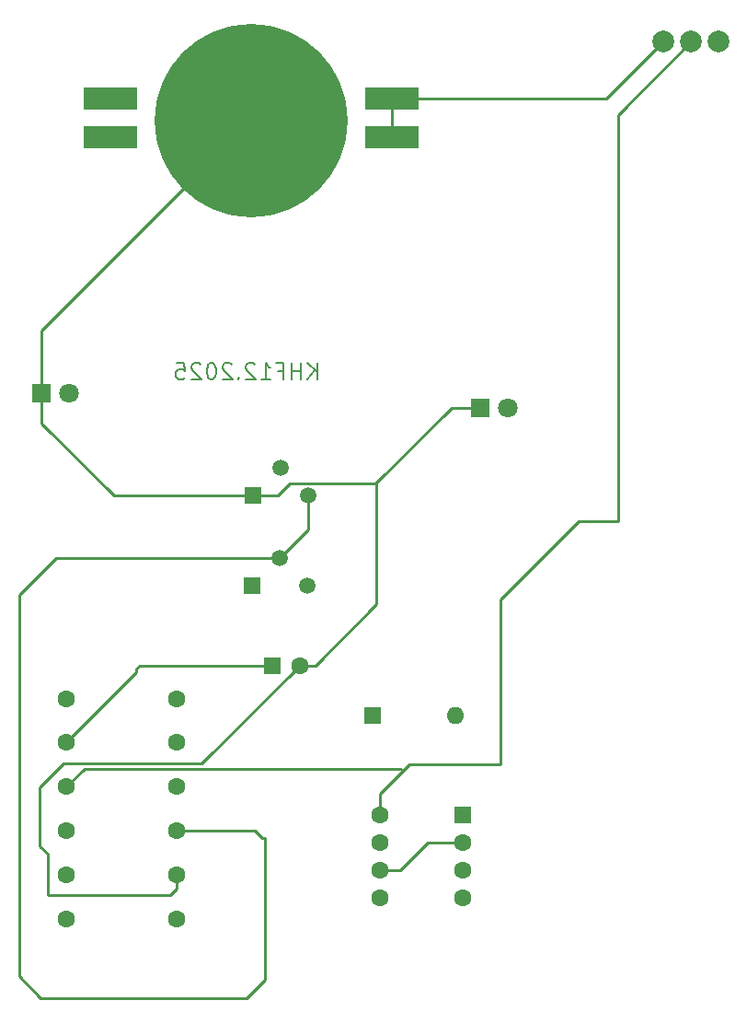
<source format=gbr>
%TF.GenerationSoftware,KiCad,Pcbnew,9.0.6*%
%TF.CreationDate,2025-12-06T15:38:28+01:00*%
%TF.ProjectId,Jumpo,4a756d70-6f2e-46b6-9963-61645f706362,rev?*%
%TF.SameCoordinates,Original*%
%TF.FileFunction,Copper,L2,Bot*%
%TF.FilePolarity,Positive*%
%FSLAX46Y46*%
G04 Gerber Fmt 4.6, Leading zero omitted, Abs format (unit mm)*
G04 Created by KiCad (PCBNEW 9.0.6) date 2025-12-06 15:38:28*
%MOMM*%
%LPD*%
G01*
G04 APERTURE LIST*
G04 Aperture macros list*
%AMRoundRect*
0 Rectangle with rounded corners*
0 $1 Rounding radius*
0 $2 $3 $4 $5 $6 $7 $8 $9 X,Y pos of 4 corners*
0 Add a 4 corners polygon primitive as box body*
4,1,4,$2,$3,$4,$5,$6,$7,$8,$9,$2,$3,0*
0 Add four circle primitives for the rounded corners*
1,1,$1+$1,$2,$3*
1,1,$1+$1,$4,$5*
1,1,$1+$1,$6,$7*
1,1,$1+$1,$8,$9*
0 Add four rect primitives between the rounded corners*
20,1,$1+$1,$2,$3,$4,$5,0*
20,1,$1+$1,$4,$5,$6,$7,0*
20,1,$1+$1,$6,$7,$8,$9,0*
20,1,$1+$1,$8,$9,$2,$3,0*%
G04 Aperture macros list end*
%ADD10C,0.200000*%
%TA.AperFunction,NonConductor*%
%ADD11C,0.200000*%
%TD*%
%TA.AperFunction,ComponentPad*%
%ADD12C,1.800000*%
%TD*%
%TA.AperFunction,ComponentPad*%
%ADD13R,1.800000X1.800000*%
%TD*%
%TA.AperFunction,ComponentPad*%
%ADD14C,1.600000*%
%TD*%
%TA.AperFunction,ComponentPad*%
%ADD15R,1.600000X1.600000*%
%TD*%
%TA.AperFunction,SMDPad,CuDef*%
%ADD16R,5.000000X2.000000*%
%TD*%
%TA.AperFunction,SMDPad,CuDef*%
%ADD17C,17.780000*%
%TD*%
%TA.AperFunction,ComponentPad*%
%ADD18RoundRect,0.250000X0.550000X0.550000X-0.550000X0.550000X-0.550000X-0.550000X0.550000X-0.550000X0*%
%TD*%
%TA.AperFunction,ComponentPad*%
%ADD19C,2.000000*%
%TD*%
%TA.AperFunction,ComponentPad*%
%ADD20R,1.500000X1.500000*%
%TD*%
%TA.AperFunction,ComponentPad*%
%ADD21C,1.500000*%
%TD*%
%TA.AperFunction,ComponentPad*%
%ADD22O,1.600000X1.600000*%
%TD*%
%TA.AperFunction,Conductor*%
%ADD23C,0.250000*%
%TD*%
G04 APERTURE END LIST*
D10*
D11*
X135111279Y-82606028D02*
X135111279Y-81106028D01*
X134254136Y-82606028D02*
X134896993Y-81748885D01*
X134254136Y-81106028D02*
X135111279Y-81963171D01*
X133611279Y-82606028D02*
X133611279Y-81106028D01*
X133611279Y-81820314D02*
X132754136Y-81820314D01*
X132754136Y-82606028D02*
X132754136Y-81106028D01*
X131539850Y-81820314D02*
X132039850Y-81820314D01*
X132039850Y-82606028D02*
X132039850Y-81106028D01*
X132039850Y-81106028D02*
X131325564Y-81106028D01*
X129968421Y-82606028D02*
X130825564Y-82606028D01*
X130396993Y-82606028D02*
X130396993Y-81106028D01*
X130396993Y-81106028D02*
X130539850Y-81320314D01*
X130539850Y-81320314D02*
X130682707Y-81463171D01*
X130682707Y-81463171D02*
X130825564Y-81534600D01*
X129396993Y-81248885D02*
X129325565Y-81177457D01*
X129325565Y-81177457D02*
X129182708Y-81106028D01*
X129182708Y-81106028D02*
X128825565Y-81106028D01*
X128825565Y-81106028D02*
X128682708Y-81177457D01*
X128682708Y-81177457D02*
X128611279Y-81248885D01*
X128611279Y-81248885D02*
X128539850Y-81391742D01*
X128539850Y-81391742D02*
X128539850Y-81534600D01*
X128539850Y-81534600D02*
X128611279Y-81748885D01*
X128611279Y-81748885D02*
X129468422Y-82606028D01*
X129468422Y-82606028D02*
X128539850Y-82606028D01*
X127896994Y-82463171D02*
X127825565Y-82534600D01*
X127825565Y-82534600D02*
X127896994Y-82606028D01*
X127896994Y-82606028D02*
X127968422Y-82534600D01*
X127968422Y-82534600D02*
X127896994Y-82463171D01*
X127896994Y-82463171D02*
X127896994Y-82606028D01*
X127254136Y-81248885D02*
X127182708Y-81177457D01*
X127182708Y-81177457D02*
X127039851Y-81106028D01*
X127039851Y-81106028D02*
X126682708Y-81106028D01*
X126682708Y-81106028D02*
X126539851Y-81177457D01*
X126539851Y-81177457D02*
X126468422Y-81248885D01*
X126468422Y-81248885D02*
X126396993Y-81391742D01*
X126396993Y-81391742D02*
X126396993Y-81534600D01*
X126396993Y-81534600D02*
X126468422Y-81748885D01*
X126468422Y-81748885D02*
X127325565Y-82606028D01*
X127325565Y-82606028D02*
X126396993Y-82606028D01*
X125468422Y-81106028D02*
X125325565Y-81106028D01*
X125325565Y-81106028D02*
X125182708Y-81177457D01*
X125182708Y-81177457D02*
X125111280Y-81248885D01*
X125111280Y-81248885D02*
X125039851Y-81391742D01*
X125039851Y-81391742D02*
X124968422Y-81677457D01*
X124968422Y-81677457D02*
X124968422Y-82034600D01*
X124968422Y-82034600D02*
X125039851Y-82320314D01*
X125039851Y-82320314D02*
X125111280Y-82463171D01*
X125111280Y-82463171D02*
X125182708Y-82534600D01*
X125182708Y-82534600D02*
X125325565Y-82606028D01*
X125325565Y-82606028D02*
X125468422Y-82606028D01*
X125468422Y-82606028D02*
X125611280Y-82534600D01*
X125611280Y-82534600D02*
X125682708Y-82463171D01*
X125682708Y-82463171D02*
X125754137Y-82320314D01*
X125754137Y-82320314D02*
X125825565Y-82034600D01*
X125825565Y-82034600D02*
X125825565Y-81677457D01*
X125825565Y-81677457D02*
X125754137Y-81391742D01*
X125754137Y-81391742D02*
X125682708Y-81248885D01*
X125682708Y-81248885D02*
X125611280Y-81177457D01*
X125611280Y-81177457D02*
X125468422Y-81106028D01*
X124396994Y-81248885D02*
X124325566Y-81177457D01*
X124325566Y-81177457D02*
X124182709Y-81106028D01*
X124182709Y-81106028D02*
X123825566Y-81106028D01*
X123825566Y-81106028D02*
X123682709Y-81177457D01*
X123682709Y-81177457D02*
X123611280Y-81248885D01*
X123611280Y-81248885D02*
X123539851Y-81391742D01*
X123539851Y-81391742D02*
X123539851Y-81534600D01*
X123539851Y-81534600D02*
X123611280Y-81748885D01*
X123611280Y-81748885D02*
X124468423Y-82606028D01*
X124468423Y-82606028D02*
X123539851Y-82606028D01*
X122182709Y-81106028D02*
X122896995Y-81106028D01*
X122896995Y-81106028D02*
X122968423Y-81820314D01*
X122968423Y-81820314D02*
X122896995Y-81748885D01*
X122896995Y-81748885D02*
X122754138Y-81677457D01*
X122754138Y-81677457D02*
X122396995Y-81677457D01*
X122396995Y-81677457D02*
X122254138Y-81748885D01*
X122254138Y-81748885D02*
X122182709Y-81820314D01*
X122182709Y-81820314D02*
X122111280Y-81963171D01*
X122111280Y-81963171D02*
X122111280Y-82320314D01*
X122111280Y-82320314D02*
X122182709Y-82463171D01*
X122182709Y-82463171D02*
X122254138Y-82534600D01*
X122254138Y-82534600D02*
X122396995Y-82606028D01*
X122396995Y-82606028D02*
X122754138Y-82606028D01*
X122754138Y-82606028D02*
X122896995Y-82534600D01*
X122896995Y-82534600D02*
X122968423Y-82463171D01*
D12*
%TO.P,D1,2,A*%
%TO.N,Net-(D1-A)*%
X152640000Y-85200000D03*
D13*
%TO.P,D1,1,K*%
%TO.N,Net-(D1-K)*%
X150100000Y-85200000D03*
%TD*%
%TO.P,D2,1,K*%
%TO.N,Net-(D1-K)*%
X109725000Y-83900000D03*
D12*
%TO.P,D2,2,A*%
%TO.N,Net-(D1-A)*%
X112265000Y-83900000D03*
%TD*%
D14*
%TO.P,C1,2*%
%TO.N,Net-(D1-K)*%
X133500000Y-108900000D03*
D15*
%TO.P,C1,1*%
%TO.N,Net-(D3-K)*%
X131000000Y-108900000D03*
%TD*%
D14*
%TO.P,R1off1,2*%
%TO.N,Net-(D3-A)*%
X122200000Y-111950000D03*
%TO.P,R1off1,1*%
%TO.N,Net-(S1-E)*%
X112040000Y-111950000D03*
%TD*%
%TO.P,R3,2*%
%TO.N,Net-(Q1-B)*%
X122200000Y-132200000D03*
%TO.P,R3,1*%
%TO.N,Net-(D3-K)*%
X112040000Y-132200000D03*
%TD*%
D16*
%TO.P,U2,*%
%TO.N,*%
X116100000Y-60348000D03*
X116100000Y-56792000D03*
%TO.P,U2,1*%
%TO.N,Net-(S1-A-Pad1)*%
X141994000Y-60348000D03*
X141994000Y-56792000D03*
D17*
%TO.P,U2,2*%
%TO.N,Net-(D1-K)*%
X129054000Y-58824000D03*
%TD*%
D18*
%TO.P,U1,1,GND*%
%TO.N,Net-(D1-K)*%
X148520000Y-122620000D03*
D14*
%TO.P,U1,2,TR*%
%TO.N,Net-(D3-K)*%
X148520000Y-125160000D03*
%TO.P,U1,3,Q*%
%TO.N,unconnected-(U1-Q-Pad3)*%
X148520000Y-127700000D03*
%TO.P,U1,4,R*%
%TO.N,Net-(S1-E)*%
X148520000Y-130240000D03*
%TO.P,U1,5,CV*%
%TO.N,unconnected-(U1-CV-Pad5)*%
X140900000Y-130240000D03*
%TO.P,U1,6,THR*%
%TO.N,Net-(D3-K)*%
X140900000Y-127700000D03*
%TO.P,U1,7,DIS*%
%TO.N,Net-(D3-A)*%
X140900000Y-125160000D03*
%TO.P,U1,8,VCC*%
%TO.N,Net-(S1-E)*%
X140900000Y-122620000D03*
%TD*%
D19*
%TO.P,S1,1,A*%
%TO.N,Net-(S1-A-Pad1)*%
X167020000Y-51500000D03*
%TO.P,S1,2,E*%
%TO.N,Net-(S1-E)*%
X169560000Y-51500000D03*
%TO.P,S1,3,A*%
%TO.N,unconnected-(S1-A-Pad3)*%
X172100000Y-51500000D03*
%TD*%
D14*
%TO.P,R7,1*%
%TO.N,Net-(D3-K)*%
X112040000Y-116000000D03*
%TO.P,R7,2*%
%TO.N,Net-(D3-A)*%
X122200000Y-116000000D03*
%TD*%
%TO.P,R6,1*%
%TO.N,Net-(S1-E)*%
X112040000Y-120050000D03*
%TO.P,R6,2*%
%TO.N,Net-(Q2-C)*%
X122200000Y-120050000D03*
%TD*%
%TO.P,R5,1*%
%TO.N,Net-(S1-E)*%
X112040000Y-124100000D03*
%TO.P,R5,2*%
%TO.N,Net-(Q1-C)*%
X122200000Y-124100000D03*
%TD*%
%TO.P,R4,1*%
%TO.N,Net-(Q1-B)*%
X112040000Y-128150000D03*
%TO.P,R4,2*%
%TO.N,Net-(D1-K)*%
X122200000Y-128150000D03*
%TD*%
D20*
%TO.P,T2,1,E*%
%TO.N,Net-(D1-A)*%
X129160000Y-101540000D03*
D21*
%TO.P,T2,2,B*%
%TO.N,Net-(Q1-C)*%
X131700000Y-99000000D03*
%TO.P,T2,3,C*%
%TO.N,Net-(Q2-C)*%
X134240000Y-101540000D03*
%TD*%
D20*
%TO.P,T1,1,E*%
%TO.N,Net-(D1-K)*%
X129200000Y-93300000D03*
D21*
%TO.P,T1,2,B*%
%TO.N,Net-(Q1-B)*%
X131740000Y-90760000D03*
%TO.P,T1,3,C*%
%TO.N,Net-(Q1-C)*%
X134280000Y-93300000D03*
%TD*%
D15*
%TO.P,D3,1,K*%
%TO.N,Net-(D3-K)*%
X140200000Y-113500000D03*
D22*
%TO.P,D3,2,A*%
%TO.N,Net-(D3-A)*%
X147820000Y-113500000D03*
%TD*%
D23*
%TO.N,Net-(Q1-C)*%
X107700000Y-102400000D02*
X107700000Y-137500000D01*
X107700000Y-137500000D02*
X109700000Y-139500000D01*
X111100000Y-99000000D02*
X107700000Y-102400000D01*
X109700000Y-139500000D02*
X128600000Y-139500000D01*
X131700000Y-99000000D02*
X111100000Y-99000000D01*
X130100000Y-124800000D02*
X129400000Y-124100000D01*
X129400000Y-124100000D02*
X122200000Y-124100000D01*
X130300000Y-124800000D02*
X130100000Y-124800000D01*
X130300000Y-137800000D02*
X130300000Y-124800000D01*
X128600000Y-139500000D02*
X130300000Y-137800000D01*
%TO.N,Net-(D3-K)*%
X118500000Y-109540000D02*
X118500000Y-109200000D01*
X112040000Y-116000000D02*
X118500000Y-109540000D01*
X118500000Y-109200000D02*
X118800000Y-108900000D01*
X118800000Y-108900000D02*
X131000000Y-108900000D01*
%TO.N,Net-(Q1-C)*%
X134280000Y-96420000D02*
X131700000Y-99000000D01*
X134280000Y-93300000D02*
X134280000Y-96420000D01*
%TO.N,Net-(D1-K)*%
X135000000Y-108900000D02*
X140600000Y-103300000D01*
X140600000Y-103300000D02*
X140600000Y-92100000D01*
X133500000Y-108900000D02*
X135000000Y-108900000D01*
X147500000Y-85200000D02*
X140600000Y-92100000D01*
X111751000Y-117949000D02*
X124451000Y-117949000D01*
X110300000Y-126200000D02*
X109600000Y-125500000D01*
X109600000Y-120100000D02*
X111751000Y-117949000D01*
X121600000Y-130000000D02*
X110300000Y-130000000D01*
X122200000Y-129400000D02*
X121600000Y-130000000D01*
X124451000Y-117949000D02*
X133500000Y-108900000D01*
X110300000Y-130000000D02*
X110300000Y-126200000D01*
X109600000Y-125500000D02*
X109600000Y-120100000D01*
X122200000Y-128150000D02*
X122200000Y-129400000D01*
X140500000Y-92200000D02*
X132600000Y-92200000D01*
X131500000Y-93300000D02*
X129200000Y-93300000D01*
X140600000Y-92100000D02*
X140500000Y-92200000D01*
X132600000Y-92200000D02*
X131500000Y-93300000D01*
X150100000Y-85200000D02*
X147500000Y-85200000D01*
X116400000Y-93300000D02*
X129200000Y-93300000D01*
X109725000Y-86625000D02*
X116400000Y-93300000D01*
X109725000Y-83900000D02*
X109725000Y-86625000D01*
%TO.N,Net-(S1-E)*%
X142800000Y-118400000D02*
X143000000Y-118600000D01*
X113690000Y-118400000D02*
X142800000Y-118400000D01*
X112040000Y-120050000D02*
X113690000Y-118400000D01*
X140900000Y-120700000D02*
X143000000Y-118600000D01*
%TO.N,Net-(D3-K)*%
X145340000Y-125160000D02*
X148520000Y-125160000D01*
X142800000Y-127700000D02*
X145340000Y-125160000D01*
X140900000Y-127700000D02*
X142800000Y-127700000D01*
%TO.N,Net-(S1-E)*%
X162800000Y-95600000D02*
X162800000Y-58260000D01*
X159200000Y-95600000D02*
X162800000Y-95600000D01*
X152000000Y-102800000D02*
X159200000Y-95600000D01*
X152000000Y-118000000D02*
X152000000Y-102800000D01*
X143600000Y-118000000D02*
X152000000Y-118000000D01*
X143000000Y-118600000D02*
X143600000Y-118000000D01*
X140900000Y-122620000D02*
X140900000Y-120700000D01*
X162800000Y-58260000D02*
X169560000Y-51500000D01*
%TO.N,Net-(S1-A-Pad1)*%
X161728000Y-56792000D02*
X141994000Y-56792000D01*
X167020000Y-51500000D02*
X161728000Y-56792000D01*
X141994000Y-60348000D02*
X141994000Y-56792000D01*
%TO.N,Net-(D1-K)*%
X109725000Y-78153000D02*
X109725000Y-83900000D01*
X129054000Y-58824000D02*
X109725000Y-78153000D01*
%TD*%
M02*

</source>
